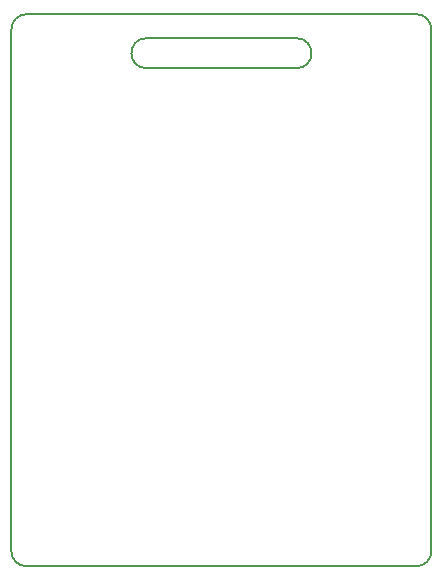
<source format=gbr>
G04 #@! TF.GenerationSoftware,KiCad,Pcbnew,5.0.2-bee76a0~70~ubuntu18.04.1*
G04 #@! TF.CreationDate,2019-06-28T20:51:35+02:00*
G04 #@! TF.ProjectId,rythm_badge_tudelft,72797468-6d5f-4626-9164-67655f747564,rev?*
G04 #@! TF.SameCoordinates,Original*
G04 #@! TF.FileFunction,Profile,NP*
%FSLAX46Y46*%
G04 Gerber Fmt 4.6, Leading zero omitted, Abs format (unit mm)*
G04 Created by KiCad (PCBNEW 5.0.2-bee76a0~70~ubuntu18.04.1) date vr 28 jun 2019 20:51:35 CEST*
%MOMM*%
%LPD*%
G01*
G04 APERTURE LIST*
%ADD10C,0.150000*%
G04 APERTURE END LIST*
D10*
X87630000Y-54102000D02*
X100330000Y-54102000D01*
X100330000Y-51562000D02*
X87630000Y-51562000D01*
X100330000Y-51562000D02*
G75*
G02X100330000Y-54102000I0J-1270000D01*
G01*
X87630000Y-54102000D02*
G75*
G02X87630000Y-51562000I0J1270000D01*
G01*
X77470000Y-96266000D02*
G75*
G02X76200000Y-94996000I0J1270000D01*
G01*
X111760000Y-94996000D02*
G75*
G02X110490000Y-96266000I-1270000J0D01*
G01*
X110490000Y-49530000D02*
G75*
G02X111760000Y-50800000I0J-1270000D01*
G01*
X76200000Y-50800000D02*
G75*
G02X77470000Y-49530000I1270000J0D01*
G01*
X110490000Y-49530000D02*
X77470000Y-49530000D01*
X111760000Y-94996000D02*
X111760000Y-50800000D01*
X77470000Y-96266000D02*
X110490000Y-96266000D01*
X76200000Y-50800000D02*
X76200000Y-94996000D01*
M02*

</source>
